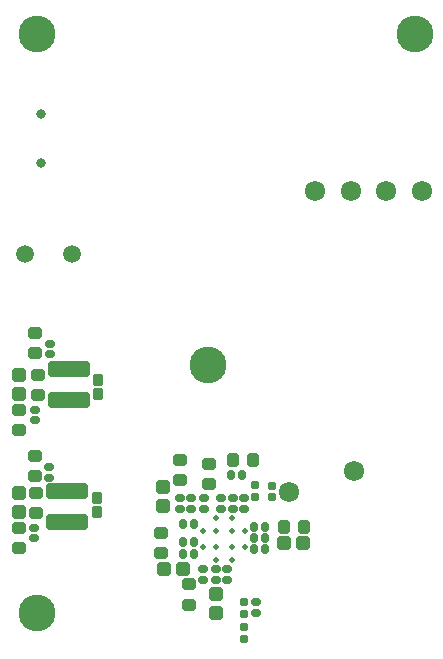
<source format=gbr>
%TF.GenerationSoftware,Altium Limited,Altium Designer,20.1.12 (249)*%
G04 Layer_Color=16711935*
%FSLAX45Y45*%
%MOMM*%
%TF.SameCoordinates,4EE8302A-A9A8-49E0-93C5-14594FCB678D*%
%TF.FilePolarity,Negative*%
%TF.FileFunction,Soldermask,Bot*%
%TF.Part,Single*%
G01*
G75*
%TA.AperFunction,ViaPad*%
%ADD69C,0.50000*%
%TA.AperFunction,SMDPad,CuDef*%
G04:AMPARAMS|DCode=75|XSize=0.82mm|YSize=0.97mm|CornerRadius=0.13mm|HoleSize=0mm|Usage=FLASHONLY|Rotation=0.000|XOffset=0mm|YOffset=0mm|HoleType=Round|Shape=RoundedRectangle|*
%AMROUNDEDRECTD75*
21,1,0.82000,0.71000,0,0,0.0*
21,1,0.56000,0.97000,0,0,0.0*
1,1,0.26000,0.28000,-0.35500*
1,1,0.26000,-0.28000,-0.35500*
1,1,0.26000,-0.28000,0.35500*
1,1,0.26000,0.28000,0.35500*
%
%ADD75ROUNDEDRECTD75*%
G04:AMPARAMS|DCode=76|XSize=3.52mm|YSize=1.32mm|CornerRadius=0.18mm|HoleSize=0mm|Usage=FLASHONLY|Rotation=180.000|XOffset=0mm|YOffset=0mm|HoleType=Round|Shape=RoundedRectangle|*
%AMROUNDEDRECTD76*
21,1,3.52000,0.96000,0,0,180.0*
21,1,3.16000,1.32000,0,0,180.0*
1,1,0.36000,-1.58000,0.48000*
1,1,0.36000,1.58000,0.48000*
1,1,0.36000,1.58000,-0.48000*
1,1,0.36000,-1.58000,-0.48000*
%
%ADD76ROUNDEDRECTD76*%
G04:AMPARAMS|DCode=77|XSize=1.12mm|YSize=1.12mm|CornerRadius=0.16mm|HoleSize=0mm|Usage=FLASHONLY|Rotation=180.000|XOffset=0mm|YOffset=0mm|HoleType=Round|Shape=RoundedRectangle|*
%AMROUNDEDRECTD77*
21,1,1.12000,0.80000,0,0,180.0*
21,1,0.80000,1.12000,0,0,180.0*
1,1,0.32000,-0.40000,0.40000*
1,1,0.32000,0.40000,0.40000*
1,1,0.32000,0.40000,-0.40000*
1,1,0.32000,-0.40000,-0.40000*
%
%ADD77ROUNDEDRECTD77*%
G04:AMPARAMS|DCode=78|XSize=1.02mm|YSize=1.12mm|CornerRadius=0.15mm|HoleSize=0mm|Usage=FLASHONLY|Rotation=270.000|XOffset=0mm|YOffset=0mm|HoleType=Round|Shape=RoundedRectangle|*
%AMROUNDEDRECTD78*
21,1,1.02000,0.82000,0,0,270.0*
21,1,0.72000,1.12000,0,0,270.0*
1,1,0.30000,-0.41000,-0.36000*
1,1,0.30000,-0.41000,0.36000*
1,1,0.30000,0.41000,0.36000*
1,1,0.30000,0.41000,-0.36000*
%
%ADD78ROUNDEDRECTD78*%
G04:AMPARAMS|DCode=79|XSize=0.62mm|YSize=0.77mm|CornerRadius=0.11mm|HoleSize=0mm|Usage=FLASHONLY|Rotation=90.000|XOffset=0mm|YOffset=0mm|HoleType=Round|Shape=RoundedRectangle|*
%AMROUNDEDRECTD79*
21,1,0.62000,0.55000,0,0,90.0*
21,1,0.40000,0.77000,0,0,90.0*
1,1,0.22000,0.27500,0.20000*
1,1,0.22000,0.27500,-0.20000*
1,1,0.22000,-0.27500,-0.20000*
1,1,0.22000,-0.27500,0.20000*
%
%ADD79ROUNDEDRECTD79*%
G04:AMPARAMS|DCode=80|XSize=0.7mm|YSize=0.6mm|CornerRadius=0.1mm|HoleSize=0mm|Usage=FLASHONLY|Rotation=270.000|XOffset=0mm|YOffset=0mm|HoleType=Round|Shape=RoundedRectangle|*
%AMROUNDEDRECTD80*
21,1,0.70000,0.40000,0,0,270.0*
21,1,0.50000,0.60000,0,0,270.0*
1,1,0.20000,-0.20000,-0.25000*
1,1,0.20000,-0.20000,0.25000*
1,1,0.20000,0.20000,0.25000*
1,1,0.20000,0.20000,-0.25000*
%
%ADD80ROUNDEDRECTD80*%
G04:AMPARAMS|DCode=81|XSize=1.02mm|YSize=1.12mm|CornerRadius=0.15mm|HoleSize=0mm|Usage=FLASHONLY|Rotation=180.000|XOffset=0mm|YOffset=0mm|HoleType=Round|Shape=RoundedRectangle|*
%AMROUNDEDRECTD81*
21,1,1.02000,0.82000,0,0,180.0*
21,1,0.72000,1.12000,0,0,180.0*
1,1,0.30000,-0.36000,0.41000*
1,1,0.30000,0.36000,0.41000*
1,1,0.30000,0.36000,-0.41000*
1,1,0.30000,-0.36000,-0.41000*
%
%ADD81ROUNDEDRECTD81*%
G04:AMPARAMS|DCode=82|XSize=0.62mm|YSize=0.77mm|CornerRadius=0.11mm|HoleSize=0mm|Usage=FLASHONLY|Rotation=180.000|XOffset=0mm|YOffset=0mm|HoleType=Round|Shape=RoundedRectangle|*
%AMROUNDEDRECTD82*
21,1,0.62000,0.55000,0,0,180.0*
21,1,0.40000,0.77000,0,0,180.0*
1,1,0.22000,-0.20000,0.27500*
1,1,0.22000,0.20000,0.27500*
1,1,0.22000,0.20000,-0.27500*
1,1,0.22000,-0.20000,-0.27500*
%
%ADD82ROUNDEDRECTD82*%
G04:AMPARAMS|DCode=83|XSize=1.12mm|YSize=1.12mm|CornerRadius=0.16mm|HoleSize=0mm|Usage=FLASHONLY|Rotation=270.000|XOffset=0mm|YOffset=0mm|HoleType=Round|Shape=RoundedRectangle|*
%AMROUNDEDRECTD83*
21,1,1.12000,0.80000,0,0,270.0*
21,1,0.80000,1.12000,0,0,270.0*
1,1,0.32000,-0.40000,-0.40000*
1,1,0.32000,-0.40000,0.40000*
1,1,0.32000,0.40000,0.40000*
1,1,0.32000,0.40000,-0.40000*
%
%ADD83ROUNDEDRECTD83*%
%TA.AperFunction,ComponentPad*%
%ADD84C,1.52000*%
%ADD85C,0.82000*%
%ADD86C,1.72000*%
%TA.AperFunction,WasherPad*%
%ADD87C,3.12000*%
D69*
X1866500Y792500D02*
D03*
Y904000D02*
D03*
Y1041000D02*
D03*
Y1152500D02*
D03*
X2003500Y792500D02*
D03*
Y904000D02*
D03*
Y1041000D02*
D03*
Y1152500D02*
D03*
X1755000Y904000D02*
D03*
Y1041000D02*
D03*
X2115000Y904000D02*
D03*
Y1041000D02*
D03*
D75*
X860000Y1321000D02*
D03*
Y1204000D02*
D03*
X870000Y2204000D02*
D03*
Y2321000D02*
D03*
D76*
X620000Y2412500D02*
D03*
Y2152500D02*
D03*
X610000Y1380000D02*
D03*
Y1120000D02*
D03*
D77*
X1422500Y1412500D02*
D03*
Y1252500D02*
D03*
X200000Y2362500D02*
D03*
Y2202500D02*
D03*
X197500Y1365000D02*
D03*
Y1205000D02*
D03*
X1865000Y345000D02*
D03*
Y505000D02*
D03*
D78*
X357500Y2192500D02*
D03*
Y2362500D02*
D03*
X200000Y1897500D02*
D03*
Y2067500D02*
D03*
X337500Y2720000D02*
D03*
Y2550000D02*
D03*
X197500Y900000D02*
D03*
Y1070000D02*
D03*
X332500Y1675000D02*
D03*
Y1505000D02*
D03*
X347500Y1365000D02*
D03*
Y1195000D02*
D03*
X1562500Y1645000D02*
D03*
Y1475000D02*
D03*
X1400000Y857500D02*
D03*
Y1027500D02*
D03*
X1637500Y417500D02*
D03*
Y587500D02*
D03*
X1805000Y1435000D02*
D03*
Y1605000D02*
D03*
D79*
X1562500Y1320000D02*
D03*
Y1230000D02*
D03*
X462500Y2625000D02*
D03*
Y2535000D02*
D03*
X332500Y1977500D02*
D03*
Y2067500D02*
D03*
X457500Y1582500D02*
D03*
Y1492500D02*
D03*
X330000Y980000D02*
D03*
Y1070000D02*
D03*
X2207500Y350000D02*
D03*
Y440000D02*
D03*
X1865000Y715000D02*
D03*
Y625000D02*
D03*
X2107500Y1230000D02*
D03*
Y1320000D02*
D03*
X1660000Y1230000D02*
D03*
Y1320000D02*
D03*
X1912500Y1230000D02*
D03*
Y1320000D02*
D03*
X1760000Y715000D02*
D03*
Y625000D02*
D03*
X1762500Y1320000D02*
D03*
Y1230000D02*
D03*
X1960000Y625000D02*
D03*
Y715000D02*
D03*
X2010000Y1320000D02*
D03*
Y1230000D02*
D03*
D80*
X2342500Y1325000D02*
D03*
Y1425000D02*
D03*
X2197500Y1430000D02*
D03*
Y1330000D02*
D03*
X2102500Y440000D02*
D03*
Y340000D02*
D03*
X2102500Y130000D02*
D03*
Y230000D02*
D03*
D81*
X2180000Y1640000D02*
D03*
X2010000D02*
D03*
X2440000Y1075000D02*
D03*
X2610000D02*
D03*
D82*
X2085000Y1515000D02*
D03*
X1995000D02*
D03*
X1677500Y847500D02*
D03*
X1587500D02*
D03*
X1677500Y1097500D02*
D03*
X1587500D02*
D03*
X1677500Y947500D02*
D03*
X1587500D02*
D03*
X2280000Y1075000D02*
D03*
X2190000D02*
D03*
X2280000Y887500D02*
D03*
X2190000D02*
D03*
X2280000Y977500D02*
D03*
X2190000D02*
D03*
D83*
X1587500Y722500D02*
D03*
X1427500D02*
D03*
X2605000Y935000D02*
D03*
X2445000D02*
D03*
D84*
X652500Y3385000D02*
D03*
X252500D02*
D03*
D85*
X390008Y4160019D02*
D03*
Y4575004D02*
D03*
D86*
X3310000Y3920000D02*
D03*
X3010000D02*
D03*
X2710000D02*
D03*
X3610000D02*
D03*
X3032500Y1550000D02*
D03*
X2485000Y1370000D02*
D03*
D87*
X3550000Y5250000D02*
D03*
X350000D02*
D03*
X1800000Y2450000D02*
D03*
X350000Y350000D02*
D03*
%TF.MD5,6c8458aeadb07db4f3bef58ad63e1590*%
M02*

</source>
